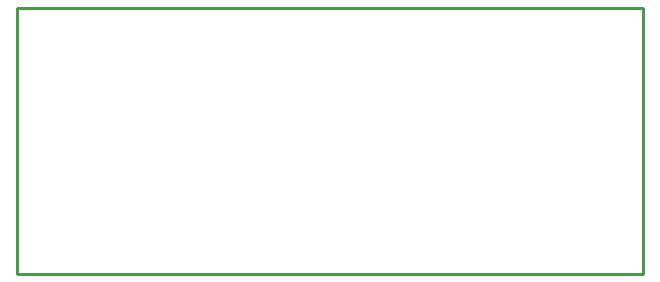
<source format=gko>
G04 Layer: BoardOutline*
G04 EasyEDA v6.4.7, 2020-12-25T10:38:26+08:00*
G04 e43d5a52300b4474860904ef7121ae38,6a067dcc3d704d6e9d47775c98f5c0bd,10*
G04 Gerber Generator version 0.2*
G04 Scale: 100 percent, Rotated: No, Reflected: No *
G04 Dimensions in inches *
G04 leading zeros omitted , absolute positions ,2 integer and 4 decimal *
%FSLAX24Y24*%
%MOIN*%
G90*
D02*

%ADD10C,0.010000*%
G54D10*
G01X0Y8858D02*
G01X20866Y8858D01*
G01X20866Y0D01*
G01X0Y0D01*
G01X0Y8858D01*

%LPD*%
M00*
M02*

</source>
